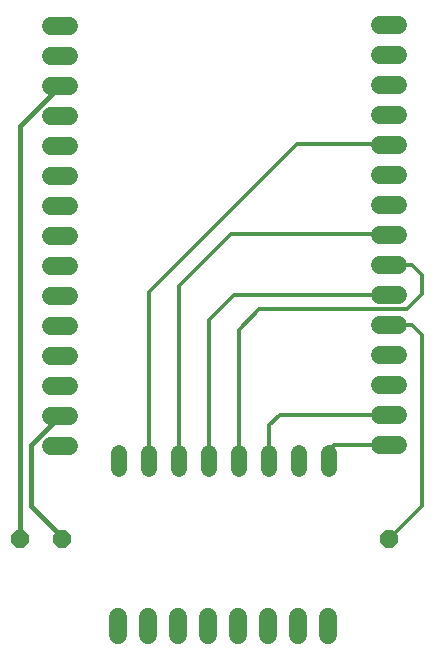
<source format=gbr>
G04 EAGLE Gerber RS-274X export*
G75*
%MOMM*%
%FSLAX34Y34*%
%LPD*%
%INBottom Copper*%
%IPPOS*%
%AMOC8*
5,1,8,0,0,1.08239X$1,22.5*%
G01*
%ADD10P,1.649562X8X22.500000*%
%ADD11C,1.320800*%
%ADD12C,1.524000*%
%ADD13C,0.406400*%
%ADD14C,0.304800*%
%ADD15C,0.756400*%
D10*
X22860Y22860D03*
D11*
X284200Y82171D02*
X284200Y95379D01*
X258800Y95379D02*
X258800Y82171D01*
X233400Y82171D02*
X233400Y95379D01*
X208000Y95379D02*
X208000Y82171D01*
X182600Y82171D02*
X182600Y95379D01*
X157200Y95379D02*
X157200Y82171D01*
X131800Y82171D02*
X131800Y95379D01*
X106400Y95379D02*
X106400Y82171D01*
D10*
X335200Y22860D03*
X58420Y22860D03*
D12*
X327580Y458400D02*
X342820Y458400D01*
X342820Y433000D02*
X327580Y433000D01*
X327580Y407600D02*
X342820Y407600D01*
X342820Y382200D02*
X327580Y382200D01*
X327580Y356800D02*
X342820Y356800D01*
X342820Y331400D02*
X327580Y331400D01*
X327580Y306000D02*
X342820Y306000D01*
X342820Y280600D02*
X327580Y280600D01*
X327580Y255200D02*
X342820Y255200D01*
X342820Y229800D02*
X327580Y229800D01*
X327580Y204400D02*
X342820Y204400D01*
X342820Y179000D02*
X327580Y179000D01*
X327580Y153600D02*
X342820Y153600D01*
X342820Y128200D02*
X327580Y128200D01*
X327580Y102800D02*
X342820Y102800D01*
X63860Y457400D02*
X48620Y457400D01*
X48620Y432000D02*
X63860Y432000D01*
X63860Y406600D02*
X48620Y406600D01*
X48620Y381200D02*
X63860Y381200D01*
X63860Y355800D02*
X48620Y355800D01*
X48620Y330400D02*
X63860Y330400D01*
X63860Y305000D02*
X48620Y305000D01*
X48620Y279600D02*
X63860Y279600D01*
X63860Y254200D02*
X48620Y254200D01*
X48620Y228800D02*
X63860Y228800D01*
X63860Y203400D02*
X48620Y203400D01*
X48620Y178000D02*
X63860Y178000D01*
X63860Y152600D02*
X48620Y152600D01*
X48620Y127200D02*
X63860Y127200D01*
X63860Y101800D02*
X48620Y101800D01*
X106100Y-43480D02*
X106100Y-58720D01*
X131500Y-58720D02*
X131500Y-43480D01*
X156900Y-43480D02*
X156900Y-58720D01*
X182300Y-58720D02*
X182300Y-43480D01*
X207700Y-43480D02*
X207700Y-58720D01*
X233100Y-58720D02*
X233100Y-43480D01*
X258500Y-43480D02*
X258500Y-58720D01*
X283900Y-58720D02*
X283900Y-43480D01*
D13*
X22363Y372723D02*
X56240Y406600D01*
X22363Y372723D02*
X22860Y22860D01*
D14*
X335200Y204400D02*
X354400Y204400D01*
X363538Y195263D01*
X363538Y51013D01*
X335200Y22860D01*
D13*
X56240Y127200D02*
X31750Y102710D01*
X31750Y50800D01*
X58025Y24525D01*
D15*
X58025Y24525D03*
D14*
X131985Y231997D02*
X257175Y357188D01*
X334813Y357188D01*
X335200Y356800D01*
X131800Y231813D02*
X131800Y88775D01*
X131800Y231813D02*
X131985Y231997D01*
X157290Y236665D02*
X201613Y280988D01*
X334813Y280988D01*
X335200Y280600D01*
X157200Y236575D02*
X157200Y88775D01*
X157200Y236575D02*
X157290Y236665D01*
X203962Y229800D02*
X335200Y229800D01*
X182600Y208438D02*
X182600Y88775D01*
X182600Y208438D02*
X203962Y229800D01*
X350838Y217488D02*
X363538Y230188D01*
X363538Y246063D01*
X354400Y255200D01*
X335200Y255200D01*
X350838Y217488D02*
X225552Y217488D01*
X208000Y199936D02*
X208000Y88775D01*
X208000Y199936D02*
X225552Y217488D01*
X233400Y119100D02*
X233400Y88775D01*
X233400Y119100D02*
X242500Y128200D01*
X335200Y128200D01*
X288538Y102800D02*
X284163Y98425D01*
X284200Y98388D01*
X284200Y88775D01*
X288538Y102800D02*
X335200Y102800D01*
M02*

</source>
